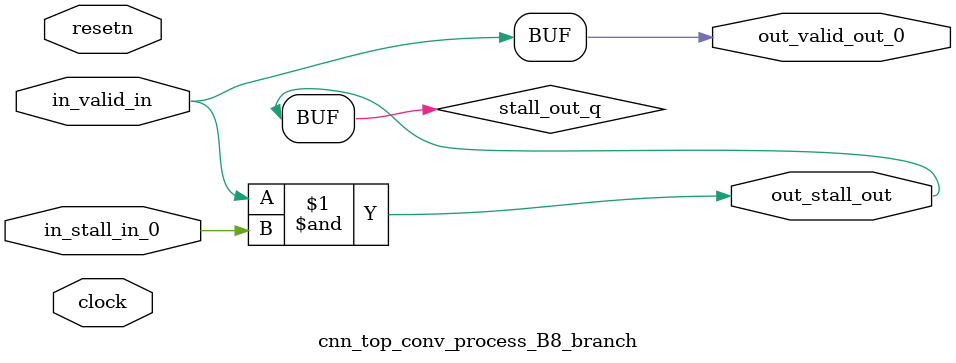
<source format=sv>



(* altera_attribute = "-name AUTO_SHIFT_REGISTER_RECOGNITION OFF; -name MESSAGE_DISABLE 10036; -name MESSAGE_DISABLE 10037; -name MESSAGE_DISABLE 14130; -name MESSAGE_DISABLE 14320; -name MESSAGE_DISABLE 15400; -name MESSAGE_DISABLE 14130; -name MESSAGE_DISABLE 10036; -name MESSAGE_DISABLE 12020; -name MESSAGE_DISABLE 12030; -name MESSAGE_DISABLE 12010; -name MESSAGE_DISABLE 12110; -name MESSAGE_DISABLE 14320; -name MESSAGE_DISABLE 13410; -name MESSAGE_DISABLE 113007; -name MESSAGE_DISABLE 10958" *)
module cnn_top_conv_process_B8_branch (
    input wire [0:0] in_stall_in_0,
    input wire [0:0] in_valid_in,
    output wire [0:0] out_stall_out,
    output wire [0:0] out_valid_out_0,
    input wire clock,
    input wire resetn
    );

    wire [0:0] stall_out_q;


    // stall_out(LOGICAL,6)
    assign stall_out_q = in_valid_in & in_stall_in_0;

    // out_stall_out(GPOUT,4)
    assign out_stall_out = stall_out_q;

    // out_valid_out_0(GPOUT,5)
    assign out_valid_out_0 = in_valid_in;

endmodule

</source>
